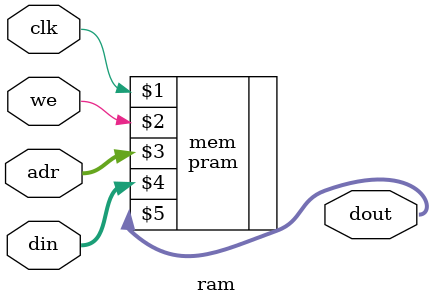
<source format=sv>
module ram ( 
    input logic clk,
    input logic we,
    input logic [5:0] adr,
    input logic [31:0] din,
    output logic [31:0] dout);

	pram mem(clk, we, adr, din, dout);
	 
endmodule
</source>
